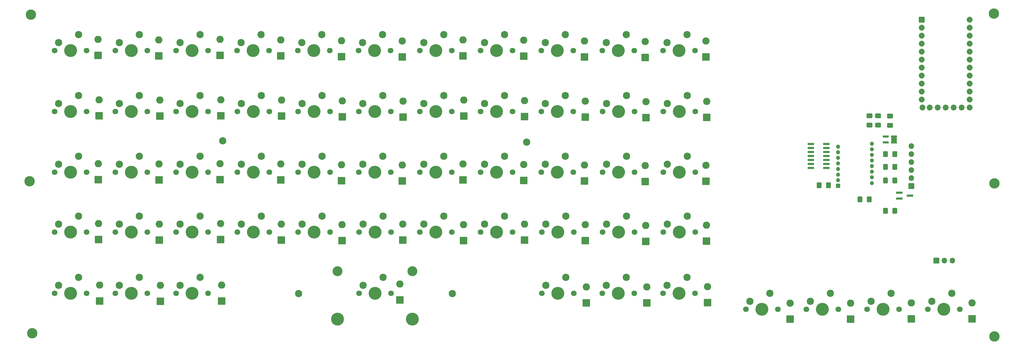
<source format=gbr>
G04 #@! TF.GenerationSoftware,KiCad,Pcbnew,(6.0.1)*
G04 #@! TF.CreationDate,2022-09-15T15:26:52-07:00*
G04 #@! TF.ProjectId,openot rev2,6f70656e-6f74-4207-9265-76322e6b6963,rev?*
G04 #@! TF.SameCoordinates,Original*
G04 #@! TF.FileFunction,Soldermask,Bot*
G04 #@! TF.FilePolarity,Negative*
%FSLAX46Y46*%
G04 Gerber Fmt 4.6, Leading zero omitted, Abs format (unit mm)*
G04 Created by KiCad (PCBNEW (6.0.1)) date 2022-09-15 15:26:52*
%MOMM*%
%LPD*%
G01*
G04 APERTURE LIST*
G04 Aperture macros list*
%AMRoundRect*
0 Rectangle with rounded corners*
0 $1 Rounding radius*
0 $2 $3 $4 $5 $6 $7 $8 $9 X,Y pos of 4 corners*
0 Add a 4 corners polygon primitive as box body*
4,1,4,$2,$3,$4,$5,$6,$7,$8,$9,$2,$3,0*
0 Add four circle primitives for the rounded corners*
1,1,$1+$1,$2,$3*
1,1,$1+$1,$4,$5*
1,1,$1+$1,$6,$7*
1,1,$1+$1,$8,$9*
0 Add four rect primitives between the rounded corners*
20,1,$1+$1,$2,$3,$4,$5,0*
20,1,$1+$1,$4,$5,$6,$7,0*
20,1,$1+$1,$6,$7,$8,$9,0*
20,1,$1+$1,$8,$9,$2,$3,0*%
G04 Aperture macros list end*
%ADD10C,1.802000*%
%ADD11C,4.102000*%
%ADD12C,2.302000*%
%ADD13RoundRect,0.051000X1.100000X-1.100000X1.100000X1.100000X-1.100000X1.100000X-1.100000X-1.100000X0*%
%ADD14O,2.302000X2.302000*%
%ADD15C,3.302000*%
%ADD16C,3.152000*%
%ADD17RoundRect,0.051000X-0.876300X0.876300X-0.876300X-0.876300X0.876300X-0.876300X0.876300X0.876300X0*%
%ADD18C,1.854600*%
%ADD19RoundRect,0.051000X0.850000X-0.850000X0.850000X0.850000X-0.850000X0.850000X-0.850000X-0.850000X0*%
%ADD20O,1.802000X1.802000*%
%ADD21RoundRect,0.051000X-0.850000X-0.850000X0.850000X-0.850000X0.850000X0.850000X-0.850000X0.850000X0*%
%ADD22RoundRect,0.051000X-0.600000X-0.600000X0.600000X-0.600000X0.600000X0.600000X-0.600000X0.600000X0*%
%ADD23C,1.302000*%
%ADD24RoundRect,0.301001X-0.462499X-0.624999X0.462499X-0.624999X0.462499X0.624999X-0.462499X0.624999X0*%
%ADD25RoundRect,0.051000X0.985000X0.300000X-0.985000X0.300000X-0.985000X-0.300000X0.985000X-0.300000X0*%
%ADD26RoundRect,0.301001X0.462499X0.624999X-0.462499X0.624999X-0.462499X-0.624999X0.462499X-0.624999X0*%
%ADD27RoundRect,0.051000X-1.000000X-0.325000X1.000000X-0.325000X1.000000X0.325000X-1.000000X0.325000X0*%
%ADD28RoundRect,0.051000X0.900000X-0.300000X0.900000X0.300000X-0.900000X0.300000X-0.900000X-0.300000X0*%
%ADD29RoundRect,0.301001X-0.624999X0.462499X-0.624999X-0.462499X0.624999X-0.462499X0.624999X0.462499X0*%
%ADD30RoundRect,0.301001X0.624999X-0.462499X0.624999X0.462499X-0.624999X0.462499X-0.624999X-0.462499X0*%
G04 APERTURE END LIST*
D10*
X149895683Y-131614634D03*
X160055683Y-131614634D03*
D11*
X154975683Y-131614634D03*
D12*
X157515683Y-126534634D03*
X151165683Y-129074634D03*
D13*
X183174550Y-153253332D03*
D14*
X183174550Y-148173332D03*
D10*
X121290416Y-92943319D03*
X111130416Y-92943319D03*
D11*
X116210416Y-92943319D03*
D12*
X118750416Y-87863319D03*
X112400416Y-90403319D03*
D15*
X371053483Y-81170234D03*
D10*
X111109883Y-170121034D03*
D11*
X116189883Y-170121034D03*
D10*
X121269883Y-170121034D03*
D12*
X118729883Y-165041034D03*
X112379883Y-167581034D03*
D13*
X86522683Y-153073800D03*
D14*
X86522683Y-147993800D03*
D10*
X227238683Y-131614634D03*
D11*
X232318683Y-131614634D03*
D10*
X237398683Y-131614634D03*
D12*
X234858683Y-126534634D03*
X228508683Y-129074634D03*
D13*
X240954683Y-134444817D03*
D14*
X240954683Y-129364817D03*
D12*
X198943083Y-170222634D03*
D13*
X163708416Y-94848319D03*
D14*
X163708416Y-89768319D03*
D10*
X227416483Y-170121034D03*
D11*
X232496483Y-170121034D03*
D10*
X237576483Y-170121034D03*
D12*
X235036483Y-165041034D03*
X228686483Y-167581034D03*
D10*
X188635550Y-150677149D03*
D11*
X193715550Y-150677149D03*
D10*
X198795550Y-150677149D03*
D12*
X196255550Y-145597149D03*
X189905550Y-148137149D03*
D15*
X371256683Y-135221434D03*
D13*
X86649683Y-113653000D03*
D14*
X86649683Y-108573000D03*
D13*
X241513483Y-173205217D03*
D14*
X241513483Y-168125217D03*
D13*
X86365416Y-94503502D03*
D14*
X86365416Y-89423502D03*
D13*
X183042683Y-134444817D03*
D14*
X183042683Y-129364817D03*
D11*
X77632683Y-112310634D03*
D10*
X72552683Y-112310634D03*
X82712683Y-112310634D03*
D12*
X80172683Y-107230634D03*
X73822683Y-109770634D03*
D11*
X174279683Y-112310634D03*
D10*
X179359683Y-112310634D03*
X169199683Y-112310634D03*
D12*
X176819683Y-107230634D03*
X170469683Y-109770634D03*
D11*
X162481283Y-178361034D03*
D10*
X169301283Y-170121034D03*
X179461283Y-170121034D03*
D16*
X162481283Y-163121034D03*
D11*
X174381283Y-170121034D03*
X186281283Y-178361034D03*
D16*
X186281283Y-163121034D03*
D12*
X176921283Y-165041034D03*
X170571283Y-167581034D03*
D13*
X279689683Y-153581800D03*
D14*
X279689683Y-148501800D03*
D13*
X144434683Y-134100000D03*
D14*
X144434683Y-129020000D03*
D13*
X105953683Y-113780000D03*
D14*
X105953683Y-108700000D03*
D13*
X163865683Y-153418617D03*
D14*
X163865683Y-148338617D03*
D10*
X265922883Y-170121034D03*
X276082883Y-170121034D03*
D11*
X271002883Y-170121034D03*
D12*
X273542883Y-165041034D03*
X267192883Y-167581034D03*
D13*
X202478550Y-153380332D03*
D14*
X202478550Y-148300332D03*
D10*
X82682416Y-92943319D03*
D11*
X77602416Y-92943319D03*
D10*
X72522416Y-92943319D03*
D12*
X80142416Y-87863319D03*
X73792416Y-90403319D03*
X125943483Y-121607034D03*
D11*
X135671683Y-112310634D03*
D10*
X140751683Y-112310634D03*
X130591683Y-112310634D03*
D12*
X138211683Y-107230634D03*
X131861683Y-109770634D03*
D13*
X86395683Y-133973000D03*
D14*
X86395683Y-128893000D03*
D11*
X96885883Y-170121034D03*
D10*
X91805883Y-170121034D03*
X101965883Y-170121034D03*
D12*
X99425883Y-165041034D03*
X93075883Y-167581034D03*
D13*
X125587883Y-172606400D03*
D14*
X125587883Y-167526400D03*
D13*
X221620416Y-94757502D03*
D14*
X221620416Y-89677502D03*
D15*
X64577083Y-134510234D03*
D13*
X364144683Y-178245201D03*
D14*
X364144683Y-173165201D03*
D13*
X221904683Y-113907000D03*
D14*
X221904683Y-108827000D03*
D10*
X91856683Y-131614634D03*
X102016683Y-131614634D03*
D11*
X96936683Y-131614634D03*
D12*
X99476683Y-126534634D03*
X93126683Y-129074634D03*
D10*
X121320683Y-150715434D03*
D11*
X116240683Y-150715434D03*
D10*
X111160683Y-150715434D03*
D12*
X118780683Y-145635434D03*
X112430683Y-148175434D03*
D10*
X82712683Y-150715434D03*
X72552683Y-150715434D03*
D11*
X77632683Y-150715434D03*
D12*
X80172683Y-145635434D03*
X73822683Y-148175434D03*
D13*
X106156883Y-172733400D03*
D14*
X106156883Y-167653400D03*
D10*
X246669683Y-150715434D03*
X256829683Y-150715434D03*
D11*
X251749683Y-150715434D03*
D12*
X254289683Y-145635434D03*
X247939683Y-148175434D03*
D10*
X91856683Y-150715434D03*
X102016683Y-150715434D03*
D11*
X96936683Y-150715434D03*
D12*
X99476683Y-145635434D03*
X93126683Y-148175434D03*
D13*
X163738683Y-134317817D03*
D14*
X163738683Y-129237817D03*
D17*
X348142683Y-83151434D03*
D18*
X348142683Y-85691434D03*
X348142683Y-88231434D03*
X348142683Y-90771434D03*
X348142683Y-93311434D03*
X348142683Y-95851434D03*
X348142683Y-98391434D03*
X348142683Y-100931434D03*
X348142683Y-103471434D03*
X348142683Y-106011434D03*
X348142683Y-108551434D03*
X348371283Y-111091434D03*
X363382683Y-111091434D03*
X363382683Y-108551434D03*
X363382683Y-106011434D03*
X363382683Y-103471434D03*
X363382683Y-100931434D03*
X363382683Y-98391434D03*
X363382683Y-95851434D03*
X363382683Y-93311434D03*
X363382683Y-90771434D03*
X363382683Y-88231434D03*
X363382683Y-85691434D03*
X363382683Y-83151434D03*
X350682683Y-111091434D03*
X353222683Y-111091434D03*
X355762683Y-111091434D03*
X358302683Y-111091434D03*
X360842683Y-111091434D03*
D13*
X86852883Y-172606400D03*
D14*
X86852883Y-167526400D03*
D15*
X65034283Y-81475034D03*
D10*
X179491550Y-150677149D03*
D11*
X174411550Y-150677149D03*
D10*
X169331550Y-150677149D03*
D12*
X176951550Y-145597149D03*
X170601550Y-148137149D03*
D13*
X344840683Y-178245201D03*
D14*
X344840683Y-173165201D03*
D10*
X350047684Y-175251835D03*
X360207684Y-175251835D03*
D11*
X355127684Y-175251835D03*
D12*
X357667684Y-170171835D03*
X351317684Y-172711835D03*
D10*
X198760416Y-92943319D03*
D11*
X193680416Y-92943319D03*
D10*
X188600416Y-92943319D03*
D12*
X196220416Y-87863319D03*
X189870416Y-90403319D03*
D13*
X306308883Y-178336019D03*
D14*
X306308883Y-173256019D03*
D13*
X279532416Y-95011502D03*
D14*
X279532416Y-89931502D03*
D10*
X160025416Y-92943319D03*
D11*
X154945416Y-92943319D03*
D10*
X149865416Y-92943319D03*
D12*
X157485416Y-87863319D03*
X151135416Y-90403319D03*
D13*
X279816683Y-114161000D03*
D14*
X279816683Y-109081000D03*
D10*
X227238683Y-112310634D03*
X237398683Y-112310634D03*
D11*
X232318683Y-112310634D03*
D12*
X234858683Y-107230634D03*
X228508683Y-109770634D03*
D10*
X198790683Y-112310634D03*
D11*
X193710683Y-112310634D03*
D10*
X188630683Y-112310634D03*
D12*
X196250683Y-107230634D03*
X189900683Y-109770634D03*
D13*
X221650683Y-134227000D03*
D14*
X221650683Y-129147000D03*
D13*
X125257683Y-153073800D03*
D14*
X125257683Y-147993800D03*
D13*
X125100416Y-94503502D03*
D14*
X125100416Y-89423502D03*
D10*
X198790683Y-131614634D03*
D11*
X193710683Y-131614634D03*
D10*
X188630683Y-131614634D03*
D12*
X196250683Y-126534634D03*
X189900683Y-129074634D03*
D13*
X241208683Y-114124817D03*
D14*
X241208683Y-109044817D03*
D11*
X135641416Y-92943319D03*
D10*
X130561416Y-92943319D03*
X140721416Y-92943319D03*
D12*
X138181416Y-87863319D03*
X131831416Y-90403319D03*
D10*
X130591683Y-150715434D03*
X140751683Y-150715434D03*
D11*
X135671683Y-150715434D03*
D12*
X138211683Y-145635434D03*
X131861683Y-148175434D03*
D10*
X256829683Y-112310634D03*
D11*
X251749683Y-112310634D03*
D10*
X246669683Y-112310634D03*
D12*
X254289683Y-107230634D03*
X247939683Y-109770634D03*
D10*
X121320683Y-112310634D03*
D11*
X116240683Y-112310634D03*
D10*
X111160683Y-112310634D03*
D12*
X118780683Y-107230634D03*
X112430683Y-109770634D03*
D10*
X276133683Y-112310634D03*
D11*
X271053683Y-112310634D03*
D10*
X265973683Y-112310634D03*
D12*
X273593683Y-107230634D03*
X267243683Y-109770634D03*
D10*
X265943416Y-92943319D03*
X276103416Y-92943319D03*
D11*
X271023416Y-92943319D03*
D12*
X273563416Y-87863319D03*
X267213416Y-90403319D03*
D13*
X325536684Y-178336018D03*
D14*
X325536684Y-173256018D03*
D13*
X144688683Y-113780000D03*
D14*
X144688683Y-108700000D03*
D13*
X260228416Y-95102319D03*
D14*
X260228416Y-90022319D03*
D10*
X237368416Y-92943319D03*
X227208416Y-92943319D03*
D11*
X232288416Y-92943319D03*
D12*
X234828416Y-87863319D03*
X228478416Y-90403319D03*
D13*
X144404416Y-94630502D03*
D14*
X144404416Y-89550502D03*
D11*
X232450550Y-150677149D03*
D10*
X237530550Y-150677149D03*
X227370550Y-150677149D03*
D12*
X234990550Y-145597149D03*
X228640550Y-148137149D03*
D10*
X265973683Y-150715434D03*
X276133683Y-150715434D03*
D11*
X271053683Y-150715434D03*
D12*
X273593683Y-145635434D03*
X267243683Y-148175434D03*
D13*
X240924416Y-94975319D03*
D14*
X240924416Y-89895319D03*
D19*
X352816283Y-159757834D03*
D20*
X355356283Y-159757834D03*
X357896283Y-159757834D03*
D13*
X105699683Y-134100000D03*
D14*
X105699683Y-129020000D03*
D13*
X260385683Y-153672617D03*
D14*
X260385683Y-148592617D03*
D10*
X111160683Y-131614634D03*
D11*
X116240683Y-131614634D03*
D10*
X121320683Y-131614634D03*
D12*
X118780683Y-126534634D03*
X112430683Y-129074634D03*
D13*
X105669416Y-94630502D03*
D14*
X105669416Y-89550502D03*
D13*
X202316416Y-94630502D03*
D14*
X202316416Y-89550502D03*
D11*
X154975683Y-112310634D03*
D10*
X149895683Y-112310634D03*
X160055683Y-112310634D03*
D12*
X157515683Y-107230634D03*
X151165683Y-109770634D03*
D11*
X174249416Y-92943319D03*
D10*
X169169416Y-92943319D03*
X179329416Y-92943319D03*
D12*
X176789416Y-87863319D03*
X170439416Y-90403319D03*
D11*
X335823684Y-175251835D03*
D10*
X330743684Y-175251835D03*
X340903684Y-175251835D03*
D12*
X338363684Y-170171835D03*
X332013684Y-172711835D03*
D13*
X183296683Y-114124817D03*
D14*
X183296683Y-109044817D03*
D20*
X344840683Y-123334234D03*
X344840683Y-125874234D03*
X344840683Y-128414234D03*
X344840683Y-130954234D03*
X344840683Y-133494234D03*
D21*
X344840683Y-136034234D03*
D13*
X279562683Y-134481000D03*
D14*
X279562683Y-129401000D03*
D13*
X202600683Y-113780000D03*
D14*
X202600683Y-108700000D03*
D13*
X241213550Y-153380332D03*
D14*
X241213550Y-148300332D03*
D13*
X125130683Y-133973000D03*
D14*
X125130683Y-128893000D03*
D13*
X144561683Y-153200800D03*
D14*
X144561683Y-148120800D03*
D13*
X125384683Y-113653000D03*
D14*
X125384683Y-108573000D03*
D10*
X140751683Y-131614634D03*
X130591683Y-131614634D03*
D11*
X135671683Y-131614634D03*
D12*
X138211683Y-126534634D03*
X131861683Y-129074634D03*
D10*
X321599683Y-175251835D03*
X311439683Y-175251835D03*
D11*
X316519683Y-175251835D03*
D12*
X319059683Y-170171835D03*
X312709683Y-172711835D03*
D10*
X218099550Y-150677149D03*
X207939550Y-150677149D03*
D11*
X213019550Y-150677149D03*
D12*
X215559550Y-145597149D03*
X209209550Y-148137149D03*
D11*
X212984416Y-92943319D03*
D10*
X207904416Y-92943319D03*
X218064416Y-92943319D03*
D12*
X215524416Y-87863319D03*
X209174416Y-90403319D03*
D13*
X183012416Y-94975319D03*
D14*
X183012416Y-89895319D03*
D11*
X251698883Y-170121034D03*
D10*
X256778883Y-170121034D03*
X246618883Y-170121034D03*
D12*
X254238883Y-165041034D03*
X247888883Y-167581034D03*
D10*
X101986416Y-92943319D03*
X91826416Y-92943319D03*
D11*
X96906416Y-92943319D03*
D12*
X99446416Y-87863319D03*
X93096416Y-90403319D03*
D10*
X82661883Y-170121034D03*
X72501883Y-170121034D03*
D11*
X77581883Y-170121034D03*
D12*
X80121883Y-165041034D03*
X73771883Y-167581034D03*
D11*
X297291883Y-175251834D03*
D10*
X302371883Y-175251834D03*
X292211883Y-175251834D03*
D12*
X299831883Y-170171834D03*
X293481883Y-172711834D03*
D13*
X280019883Y-173114400D03*
D14*
X280019883Y-168034400D03*
D12*
X222565083Y-122064234D03*
D13*
X221909550Y-153253332D03*
D14*
X221909550Y-148173332D03*
D15*
X65389883Y-182871834D03*
D13*
X202346683Y-134100000D03*
D14*
X202346683Y-129020000D03*
D10*
X256829683Y-131614634D03*
X246669683Y-131614634D03*
D11*
X251749683Y-131614634D03*
D12*
X254289683Y-126534634D03*
X247939683Y-129074634D03*
D10*
X179359683Y-131614634D03*
X169199683Y-131614634D03*
D11*
X174279683Y-131614634D03*
D12*
X176819683Y-126534634D03*
X170469683Y-129074634D03*
D10*
X102016683Y-112310634D03*
D11*
X96936683Y-112310634D03*
D10*
X91856683Y-112310634D03*
D12*
X99476683Y-107230634D03*
X93126683Y-109770634D03*
D13*
X260715883Y-173205217D03*
D14*
X260715883Y-168125217D03*
D13*
X260512683Y-114251817D03*
D14*
X260512683Y-109171817D03*
D10*
X265973683Y-131614634D03*
X276133683Y-131614634D03*
D11*
X271053683Y-131614634D03*
D12*
X273593683Y-126534634D03*
X267243683Y-129074634D03*
D10*
X218094683Y-112310634D03*
X207934683Y-112310634D03*
D11*
X213014683Y-112310634D03*
D12*
X215554683Y-107230634D03*
X209204683Y-109770634D03*
D10*
X160055683Y-150715434D03*
X149895683Y-150715434D03*
D11*
X154975683Y-150715434D03*
D12*
X157515683Y-145635434D03*
X151165683Y-148175434D03*
D13*
X105826683Y-153200800D03*
D14*
X105826683Y-148120800D03*
D10*
X82712683Y-131614634D03*
D11*
X77632683Y-131614634D03*
D10*
X72552683Y-131614634D03*
D12*
X80172683Y-126534634D03*
X73822683Y-129074634D03*
D13*
X163992683Y-113997817D03*
D14*
X163992683Y-108917817D03*
D12*
X150098883Y-170248034D03*
D13*
X260258683Y-134571817D03*
D14*
X260258683Y-129491817D03*
D13*
X182280683Y-172240017D03*
D14*
X182280683Y-167160017D03*
D10*
X256799416Y-92943319D03*
D11*
X251719416Y-92943319D03*
D10*
X246639416Y-92943319D03*
D12*
X254259416Y-87863319D03*
X247909416Y-90403319D03*
D15*
X371205883Y-183887834D03*
D10*
X207934683Y-131614634D03*
D11*
X213014683Y-131614634D03*
D10*
X218094683Y-131614634D03*
D12*
X215554683Y-126534634D03*
X209204683Y-129074634D03*
D22*
X321576683Y-135952234D03*
D23*
X321576683Y-134172234D03*
X321576683Y-132392234D03*
X321576683Y-130612234D03*
X321576683Y-128832234D03*
X321576683Y-127052234D03*
X321576683Y-125272234D03*
X321576683Y-123492234D03*
X332276683Y-122602234D03*
X332276683Y-124382234D03*
X332276683Y-126162234D03*
X332276683Y-127942234D03*
X332276683Y-129722234D03*
X332276683Y-131502234D03*
X332276683Y-133282234D03*
X332276683Y-135062234D03*
D24*
X336588183Y-129928234D03*
X339563183Y-129928234D03*
D25*
X317840683Y-122674234D03*
X317840683Y-123944234D03*
X317840683Y-125214234D03*
X317840683Y-126484234D03*
X317840683Y-127754234D03*
X317840683Y-129024234D03*
X317840683Y-130294234D03*
X312890683Y-130294234D03*
X312890683Y-129024234D03*
X312890683Y-127754234D03*
X312890683Y-126484234D03*
X312890683Y-125214234D03*
X312890683Y-123944234D03*
X312890683Y-122674234D03*
D26*
X318481183Y-135770234D03*
X315506183Y-135770234D03*
D27*
X341005683Y-140034234D03*
X341005683Y-138134234D03*
X344425683Y-139084234D03*
D26*
X339563183Y-143898234D03*
X336588183Y-143898234D03*
D28*
X339315683Y-120284234D03*
X339315683Y-121234234D03*
X339315683Y-122184234D03*
X336715683Y-122184234D03*
X336715683Y-120284234D03*
D26*
X339563183Y-125864234D03*
X336588183Y-125864234D03*
D29*
X334215683Y-113696734D03*
X334215683Y-116671734D03*
D30*
X338015683Y-116721734D03*
X338015683Y-113746734D03*
X331565683Y-116671734D03*
X331565683Y-113696734D03*
D26*
X339563183Y-134246234D03*
X336588183Y-134246234D03*
D24*
X328478183Y-140284234D03*
X331453183Y-140284234D03*
G36*
X340205097Y-121584234D02*
G01*
X340205097Y-121586234D01*
X340203755Y-121587196D01*
X340196990Y-121588541D01*
X340135357Y-121620780D01*
X340101083Y-121680964D01*
X340104789Y-121750121D01*
X340145330Y-121806346D01*
X340196933Y-121829913D01*
X340203764Y-121831272D01*
X340205268Y-121832591D01*
X340204878Y-121834553D01*
X340203374Y-121835234D01*
X338428001Y-121835234D01*
X338426269Y-121834234D01*
X338426269Y-121832234D01*
X338427611Y-121831272D01*
X338434376Y-121829927D01*
X338496009Y-121797688D01*
X338530283Y-121737504D01*
X338526577Y-121668347D01*
X338486036Y-121612122D01*
X338434433Y-121588555D01*
X338427602Y-121587196D01*
X338426098Y-121585877D01*
X338426488Y-121583915D01*
X338427992Y-121583234D01*
X340203365Y-121583234D01*
X340205097Y-121584234D01*
G37*
G36*
X340205097Y-120634234D02*
G01*
X340205097Y-120636234D01*
X340203755Y-120637196D01*
X340196990Y-120638541D01*
X340135357Y-120670780D01*
X340101083Y-120730964D01*
X340104789Y-120800121D01*
X340145330Y-120856346D01*
X340196933Y-120879913D01*
X340203764Y-120881272D01*
X340205268Y-120882591D01*
X340204878Y-120884553D01*
X340203374Y-120885234D01*
X338428001Y-120885234D01*
X338426269Y-120884234D01*
X338426269Y-120882234D01*
X338427611Y-120881272D01*
X338434376Y-120879927D01*
X338496009Y-120847688D01*
X338530283Y-120787504D01*
X338526577Y-120718347D01*
X338486036Y-120662122D01*
X338434433Y-120638555D01*
X338427602Y-120637196D01*
X338426098Y-120635877D01*
X338426488Y-120633915D01*
X338427992Y-120633234D01*
X340203365Y-120633234D01*
X340205097Y-120634234D01*
G37*
M02*

</source>
